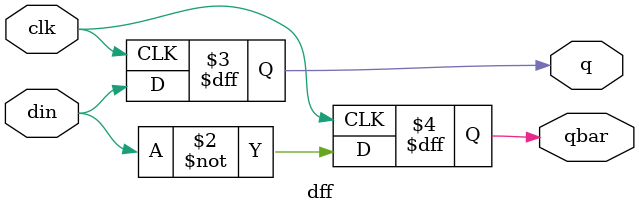
<source format=v>
module dff 
(
input clk, din,
output reg q, qbar
);
 
always@(posedge clk)
begin
q    <= din;
qbar <= ~din;
end
 
 
endmodule

</source>
